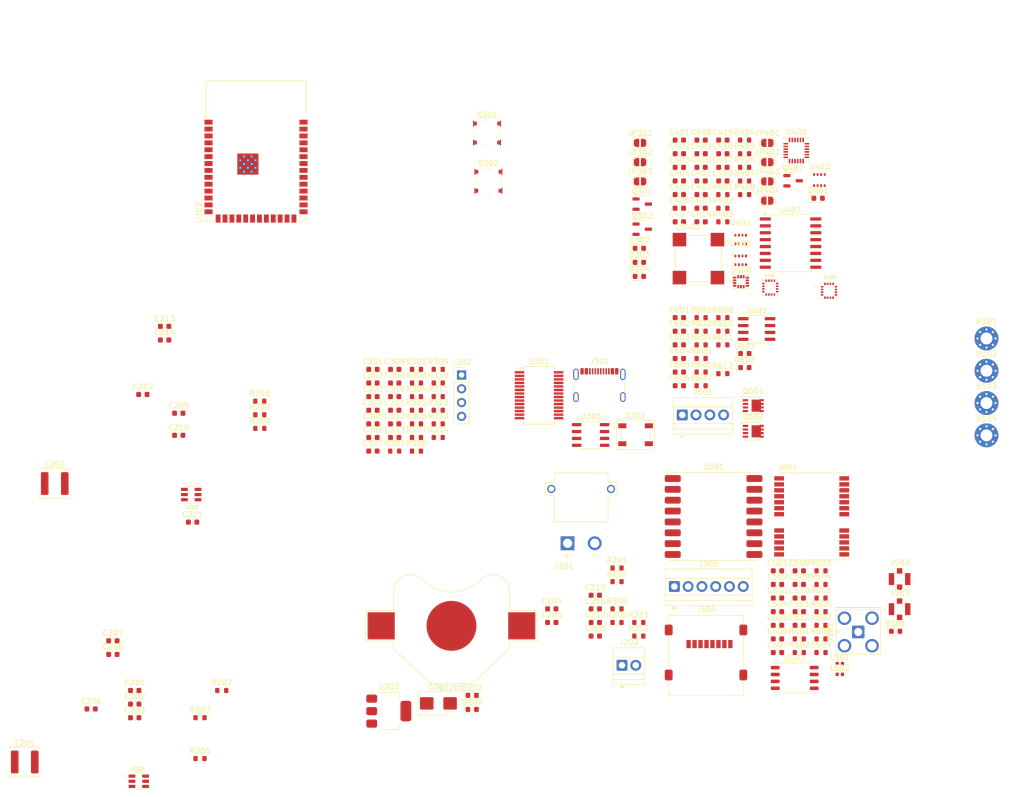
<source format=kicad_pcb>
(kicad_pcb (version 20241229) (generator "pcbnew") (generator_version "9.0")
  (layers (0 "F.Cu" signal) (2 "B.Cu" signal) (13 "F.Paste" user) (15 "B.Paste" user) (5 "F.SilkS" user "F.Silkscreen") (7 "B.SilkS" user "B.Silkscreen") (1 "F.Mask" user) (3 "B.Mask" user) (25 "Edge.Cuts" user))
  (net 0 "")
  (net 1 "BATT_RTC_GPS")
  (net 2 "GND")
  (net 3 "+BATT")
  (net 4 "/power/SW1")
  (net 5 "/power/VBST1")
  (net 6 "+5V")
  (net 7 "/power/SW2")
  (net 8 "/power/VBST2")
  (net 9 "+3V3")
  (net 10 "VCCIO")
  (net 11 "ENABLE")
  (net 12 "VUSB")
  (net 13 "BOOT")
  (net 14 "VBUS")
  (net 15 "/ESP32/shield")
  (net 16 "/sensors1/HMC_C1")
  (net 17 "SETP")
  (net 18 "SETC")
  (net 19 "/sensors1/REGOUT")
  (net 20 "/sensors1/CPOUT")
  (net 21 "/sensors1/MMC_CAP")
  (net 22 "LORA_ANT")
  (net 23 "/sensors2/lora_ant_out")
  (net 24 "TRIGGER1")
  (net 25 "/pyro/-opamp1")
  (net 26 "TRIGGER2")
  (net 27 "/pyro/-opamp2")
  (net 28 "/power/5VLED")
  (net 29 "/power/3V3LED")
  (net 31 "PROG_LED")
  (net 32 "/ESP32/TXLED")
  (net 33 "/ESP32/RXLED")
  (net 34 "/ESP32/built_led")
  (net 35 "/sensors1/BUZZER_NEGATIVE")
  (net 36 "/sensors2/gps_led")
  (net 37 "/pyro/opled1")
  (net 38 "/pyro/opled2")
  (net 39 "+PYRO_BAT")
  (net 40 "USBD+")
  (net 41 "USBD-")
  (net 42 "/ESP32/CC2")
  (net 44 "/ESP32/CC1")
  (net 46 "RF_IN")
  (net 47 "SPI_CLK")
  (net 48 "SPI_MISO")
  (net 49 "SPI_MOSI")
  (net 50 "SD_CS")
  (net 51 "/sensors2/dat2")
  (net 52 "/sensors2/dat1")
  (net 53 "SERVO1")
  (net 54 "SERVO2")
  (net 55 "DRAIN1")
  (net 56 "DRAIN2")
  (net 57 "P_USBD+")
  (net 58 "ESP_USBD+")
  (net 59 "P_USBD-")
  (net 60 "ESP_USBD-")
  (net 61 "BMP_SDO")
  (net 62 "BME_SDO")
  (net 63 "MPU_AD0")
  (net 64 "LSM_SAO")
  (net 65 "/sensors2/gps_inductor")
  (net 66 "RTS")
  (net 67 "/ESP32/DTR_BASE")
  (net 68 "DTR")
  (net 69 "/ESP32/RTS_BASE")
  (net 70 "/sensors1/BUZZER_BASE")
  (net 71 "MAIN_BAT")
  (net 72 "PYRO_BAT")
  (net 73 "/power/EN1")
  (net 74 "/power/VFB1")
  (net 75 "/power/EN2")
  (net 76 "/power/VFB2")
  (net 77 "SDA1")
  (net 78 "SCL1")
  (net 79 "/ESP32/TXL")
  (net 80 "/ESP32/RXL")
  (net 81 "SDA2")
  (net 82 "SCL2")
  (net 83 "BUILT_IN_LED")
  (net 84 "/sensors1/BMP_CSB")
  (net 85 "BME_CSB")
  (net 86 "BUZZER")
  (net 87 "LSM_CS")
  (net 88 "VCC_RF")
  (net 89 "/sensors2/gps_pulse")
  (net 90 "FLASH_CS")
  (net 91 "/pyro/+opamp1")
  (net 92 "/pyro/opout1")
  (net 93 "CONTINUITY1")
  (net 94 "/pyro/+opamp2")
  (net 95 "CONTINUITY2")
  (net 96 "/pyro/opout2")
  (net 97 "TXD0")
  (net 103 "RXD0")
  (net 109 "RXD1")
  (net 110 "LORA_CS")
  (net 111 "TXD1")
  (net 112 "LORA_RST")
  (net 115 "LORA_DIO0")
  (footprint "Capacitor_SMD:C_0603_1608Metric" (layer "F.Cu") (at 205.281 137.042)
    (property "Reference" "C217")
    (property "Value" "10uf")
  )
  (footprint "Jumper:SolderJumper-2_P1.3mm_Open_RoundedPad1.0x1.5mm" (layer "F.Cu") (at 213.531 52.222)
    (property "Reference" "JP302")
    (property "Value" "Jumper")
  )
  (footprint "Sensor_Motion:InvenSense_QFN-24_4x4mm_P0.5mm" (layer "F.Cu") (at 242.331 50.072)
    (property "Reference" "U405")
    (property "Value" "MPU-6050")
  )
  (footprint "Package_TO_SOT_SMD:SOT-223-3_TabPin2" (layer "F.Cu") (at 167.231 153.377)
    (property "Reference" "U203")
    (property "Value" "AMS1117-3.3")
  )
  (footprint "Resistor_SMD:R_0603_1608Metric" (layer "F.Cu") (at 228.791 80.862)
    (property "Reference" "R608")
    (property "Value" "1k")
  )
  (footprint "Resistor_SMD:R_0603_1608Metric" (layer "F.Cu") (at 143.462 101.28)
    (property "Reference" "R210")
    (property "Value" "10k")
  )
  (footprint "Capacitor_SMD:C_0603_1608Metric" (layer "F.Cu") (at 220.771 88.392)
    (property "Reference" "C604")
    (property "Value" "100nf")
  )
  (footprint "Resistor_SMD:R_0603_1608Metric" (layer "F.Cu") (at 213.301 137.042)
    (property "Reference" "R211")
    (property "Value" "1k")
  )
  (footprint "TerminalBlock:TerminalBlock_Xinya_XY308-2.54-6P_1x06_P2.54mm_Horizontal" (layer "F.Cu") (at 219.851 130.412)
    (property "Reference" "J505")
    (property "Value" "Screw_Terminal_01x06")
  )
  (footprint "Capacitor_SMD:C_0603_1608Metric" (layer "F.Cu") (at 228.791 53.172)
    (property "Reference" "C417")
    (property "Value" "100nf")
  )
  (footprint "Resistor_SMD:R_0603_1608Metric" (layer "F.Cu") (at 232.801 55.682)
    (property "Reference" "R407")
    (property "Value" "10k")
  )
  (footprint "Resistor_SMD:R_0603_1608Metric" (layer "F.Cu") (at 228.791 83.372)
    (property "Reference" "R610")
    (property "Value" "1k")
  )
  (footprint "LED_SMD:LED_0603_1608Metric" (layer "F.Cu") (at 182.591 153.062)
    (property "Reference" "D203")
    (property "Value" "white")
  )
  (footprint "Package_SO:SOIC-16W_7.5x10.3mm_P1.27mm" (layer "F.Cu") (at 241.261 67.132)
    (property "Reference" "U407")
    (property "Value" "DS3231M")
  )
  (footprint "Package_LGA:Bosch_LGA-8_2x2.5mm_P0.65mm_ClockwisePinNumbering" (layer "F.Cu") (at 232.076 70.312)
    (property "Reference" "U402")
    (property "Value" "BMP280")
  )
  (footprint "Capacitor_SMD:C_0603_1608Metric" (layer "F.Cu") (at 220.771 93.412)
    (property "Reference" "C606")
    (property "Value" "100nf")
  )
  (footprint "Resistor_SMD:R_0603_1608Metric" (layer "F.Cu") (at 232.801 58.192)
    (property "Reference" "R408")
    (property "Value" "10k")
  )
  (footprint "Resistor_SMD:R_0603_1608Metric" (layer "F.Cu") (at 242.871 142.582)
    (property "Reference" "R502")
    (property "Value" "1k")
  )
  (footprint "Capacitor_SMD:C_0603_1608Metric" (layer "F.Cu") (at 205.281 132.022)
    (property "Reference" "C215")
    (property "Value" "100nf")
  )
  (footprint "Package_SO:Vishay_PowerPAK_1212-8_Single" (layer "F.Cu") (at 234.391 101.812)
    (property "Reference" "Q602")
    (property "Value" "SISA12ADN")
  )
  (footprint "Capacitor_SMD:C_0603_1608Metric" (layer "F.Cu") (at 164.311 95.422)
    (property "Reference" "C303")
    (property "Value" "10uf")
  )
  (footprint "Capacitor_SMD:C_0603_1608Metric" (layer "F.Cu") (at 220.771 85.882)
    (property "Reference" "C603")
    (property "Value" "100nf")
  )
  (footprint "Capacitor_SMD:C_0603_1608Metric" (layer "F.Cu") (at 164.311 97.932)
    (property "Reference" "C304")
    (property "Value" "100nf")
  )
  (footprint "Capacitor_SMD:C_0603_1608Metric" (layer "F.Cu") (at 220.771 55.682)
    (property "Reference" "C404")
    (property "Value" "100nf")
  )
  (footprint "Resistor_SMD:R_0603_1608Metric" (layer "F.Cu") (at 224.781 90.902)
    (property "Reference" "R606")
    (property "Value" "1k")
  )
  (footprint "Capacitor_SMD:C_0603_1608Metric" (layer "F.Cu") (at 220.771 58.192)
    (property "Reference" "C405")
    (property "Value" "100nf")
  )
  (footprint "Resistor_SMD:R_0603_1608Metric" (layer "F.Cu") (at 172.331 95.422)
    (property "Reference" "R304")
    (property "Value" "10k")
  )
  (footprint "Resistor_SMD:R_0603_1608Metric" (layer "F.Cu") (at 176.341 102.952)
    (property "Reference" "R314")
    (property "Value" "100k")
  )
  (footprint "Capacitor_SMD:C_0603_1608Metric" (layer "F.Cu") (at 224.781 60.702)
    (property "Reference" "C413")
    (property "Value" "100nf")
  )
  (footprint "Resistor_SMD:R_0603_1608Metric" (layer "F.Cu") (at 224.781 83.372)
    (property "Reference" "R602")
    (property "Value" "1k")
  )
  (footprint "Resistor_SMD:R_0603_1608Metric" (layer "F.Cu") (at 246.881 130.032)
    (property "Reference" "R504")
    (property "Value" "10k")
  )
  (footprint "Capacitor_SMD:C_0603_1608Metric" (layer "F.Cu") (at 220.771 60.702)
    (property "Reference" "C406")
    (property "Value" "100nf")
  )
  (footprint "Package_LGA:LGA-14_3x2.5mm_P0.5mm_LayoutBorder3x4y" (layer "F.Cu") (at 232.126 74.247)
    (property "Reference" "U408")
    (property "Value" "LSM6DSL")
  )
  (footprint "Inductor_SMD:L_0402_1005Metric" (layer "F.Cu") (at 250.341 144.612)
    (property "Reference" "L501")
    (property "Value" "10nh")
  )
  (footprint "Connector_Card:microSD_HC_Molex_47219-2001" (layer "F.Cu") (at 225.681 143.122)
    (property "Reference" "J504")
    (property "Value" "Micro_SD_Card")
  )
  (footprint "Capacitor_SMD:C_0603_1608Metric" (layer "F.Cu") (at 238.861 127.522)
    (property "Reference" "C501")
    (property "Value" "10uf")
  )
  (footprint "Resistor_SMD:R_0603_1608Metric" (layer "F.Cu") (at 228.791 85.882)
    (property "Reference" "R611")
    (property "Value" "1k")
  )
  (footprint "MMC5983MA:PQFN50P300X300X100-16N" (layer "F.Cu") (at 237.534 75.332)
    (property "Reference" "U406")
    (property "Value" "MMC5983MA")
  )
  (footprint "Package_SO:SO-8_3.9x4.9mm_P1.27mm" (layer "F.Cu") (at 204.421 102.492)
    (property "Reference" "U303")
    (property "Value" "USB6B1RL")
  )
  (footprint "LED_SMD:LED_0603_1608Metric" (layer "F.Cu") (at 232.841 87.482)
    (property "Reference" "D601")
    (property "Value" "red")
  )
  (footprint "MountingHole:MountingHole_2.2mm_M2_Pad_Via" (layer "F.Cu") (at 277.368 96.608)
    (property "Reference" "H103")
    (property "Value" "MountingHole_Pad")
  )
  (footprint "Capacitor_SMD:C_0603_1608Metric" (layer "F.Cu") (at 228.791 48.152)
    (property "Reference" "C415")
    (property "Value" "100nf")
  )
  (footprint "Resistor_SMD:R_0603_1608Metric" (layer "F.Cu") (at 172.331 105.462)
    (property "Reference" "R308")
    (property "Value" "2k2")
  )
  (footprint "Capacitor_SMD:C_0603_1608Metric" (layer "F.Cu") (at 168.321 90.402)
    (property "Reference" "C308")
    (property "Value" "100nf")
  )
  (footprint "Capacitor_SMD:C_0603_1608Metric" (layer "F.Cu") (at 242.871 137.562)
    (property "Reference" "C512")
    (property "Value" "10uf")
  )
  (footprint "Resistor_SMD:R_0603_1608Metric" (layer "F.Cu") (at 209.291 129.512)
    (property "Reference" "R202")
    (property "Value" "18k")
  )
  (footprint "Resistor_SMD:R_0603_1608Metric" (layer "F.Cu") (at 143.462 98.77)
    (property "Reference" "R209")
    (property "Value" "33k2")
  )
  (footprint "Resistor_SMD:R_0603_1608Metric" (layer "F.Cu") (at 176.341 90.402)
    (property "Reference" "R309")
    (property "Value" "1k")
  )
  (footprint "Capacitor_SMD:C_0603_1608Metric" (layer "F.Cu") (at 197.261 137.042)
    (property "Reference" "C205")
    (property "Value" "100nf")
  )
  (footprint "digikey-footprints:Molex_734120114_UMC_RF_CONN_Vertical" (layer "F.Cu") (at 261.361 129.042)
    (property "Reference" "J502")
    (property "Value" "0734120114")
  )
  (footprint "Capacitor_SMD:C_0603_1608Metric" (layer "F.Cu") (at 242.871 127.522)
    (property "Reference" "C508")
    (property "Value" "10uf")
  )
  (footprint "LED_SMD:LED_0603_1608Metric" (layer "F.Cu") (at 182.591 150.472)
    (property "Reference" "D202")
    (property "Value" "white")
  )
  (footprint "Capacitor_SMD:C_0603_1608Metric" (layer "F.Cu") (at 205.281 139.552)
    (property "Reference" "C218")
    (property "Value" "100nf")
  )
  (footprint "Resistor_SMD:R_0603_1608Metric" (layer "F.Cu") (at 242.871 140.072)
    (property "Reference" "R501")
    (property "Value" "10")
  )
  (footprint "Jumper:SolderJumper-2_P1.3mm_Open_RoundedPad1.0x1.5mm" (layer "F.Cu") (at 236.981 55.772)
    (property "Reference" "JP403")
    (property "Value" "Jumper")
  )
  (footprint "Capacitor_SMD:C_0603_1608Metric" (layer "F.Cu") (at 164.311 90.402)
    (property "Reference" "C301")
    (property "Value" "10uf")
  )
  (footprint "Capacitor_SMD:C_0603_1608Metric" (layer "F.Cu") (at 121.911 95.028)
    (property "Reference" "C212")
    (property "Value" "22uf")
  )
  (footprint "Capacitor_SMD:C_0603_1608Metric" (layer "F.Cu") (at 238.861 142.582)
    (property "Reference" "C507")
    (property "Value" "10uf")
  )
  (footprint "TerminalBlock:TerminalBlock_Xinya_XY308-2.54-2P_1x02_P2.54mm_Horizontal" (layer "F.Cu") (at 210.201 144.932)
    (property "Reference" "J202")
    (property "Value" "Screw_01x02")
  )
  (footprint "Resistor_SMD:R_0603_1608Metric" (layer "F.Cu") (at 246.881 132.542)
    (property "Reference" "R505")
    (property "Value" "10k")
  )
  (footprint "HMC5883L-TR:XDCR_HMC5883L-TR" (layer "F.Cu") (at 248.354 75.924)
    (property "Reference" "U404")
    (property "Value" "HMC5883L-TR")
  )
  (footprint "Capacitor_SMD:C_0603_1608Metric" (layer "F.Cu") (at 164.311 102.952)
    (property "Reference" "C306")
    (property "Value" "10uf")
  )
  (footprint "Resistor_SMD:R_0603_1608Metric" (layer "F.Cu") (at 228.791 91.186)
    (property "Reference" "R612")
    (property "Value" "1k")
  )
  (footprint "Capacitor_SMD:C_0603_1608Metric" (layer "F.Cu") (at 120.411 154.59)
    (property "Reference" "C203")
    (property "Value" "100nf")
  )
  (footprint "NEO-6M-GPS:XCVR_NEO-6M-GPS" (layer "F.Cu") (at 245.156 117.492)
    (property "Reference" "U502")
    (property "Value" "NEO-6M-GPS")
  )
  (footprint "LED_SMD:LED_0603_1608Metric" (layer "F.Cu") (at 246.351 58.872)
    (property "Reference" "D401")
    (property "Value" "SS24-SMB")
  )
  (footprint "Package_TO_SOT_SMD:SOT-23-3" (layer "F.Cu") (at 213.931 59.947)
    (property "Reference" "Q301")
    (property "Value" "SS8050")
  )
  (footprint "Capacitor_SMD:C_0603_1608Metric" (layer "F.Cu") (at 168.321 92.912)
    (property "Reference" "C309")
    (property "Value" "10uf")
  )
  (footprint "Resistor_SMD:R_0603_1608Metric" (layer "F.Cu") (at 232.801 53.172)
    (property "Reference" "R406")
    (property "Value" "10k")
  )
  (footprint "Capacitor_SMD:C_0603_1608Metric" (layer "F.Cu") (at 238.861 137.562)
    (property "Reference" "C505")
    (property "Value" "10uf")
  )
  (footprint "RF_Module:HOPERF_RFM9XW_SMD" (layer "F.Cu") (at 227.081 117.513)
    (property "Reference" "U501")
    (property "Value" "RFM98W-433S2")
  )
  (footprint "Capacitor_SMD:C_0603_1608Metric" (layer "F.Cu") (at 116.386 142.936)
    (property "Reference" "C208")
    (property "Value" "100nf")
  )
  (footprint "Capacitor_SMD:C_0603_1608Metric" (layer "F.Cu") (at 242.871 130.032)
    (property "Reference" "C509")
    (property "Value" "10uf")
  )
  (footprint "Resistor_SMD:R_0603_1608Metric" (layer "F.Cu") (at 172.331 100.442)
    (property "Reference" "R306")
    (property "Value" "1k")
  )
  (footprint "Resistor_SMD:R_0603_1608Metric" (layer "F.Cu") (at 228.791 58.192)
    (property "Reference" "R401")
    (property "Value" "10k")
  )
  (footprint "Inductor_SMD:L_0402_1005Metric" (layer "F.Cu") (at 250.341 146.602)
    (property "Reference" "L502")
    (property "Value" "27nh")
  )
  (footprint "Resistor_SMD:R_0603_1608Metric" (layer "F.Cu") (at 132.441 162.12)
    (property "Reference" "R206")
    (property "Value" "54k9")
  )
  (footprint "MountingHole:MountingHole_2.2mm_M2_Pad_Via" (layer "F.Cu") (at 277.368 102.558)
    (property "Reference" "H104")
    (property "Value" "MountingHole_Pad")
  )
  (footprint "Capacitor_SMD:C_0603_1608Metric" (layer "F.Cu") (at 128.526 102.55)
    (property "Reference" "C210")
    (property "Value" "10uf")
  )
  (footprint "Resistor_SMD:R_0603_1608Metric" (layer "F.Cu") (at 246.881 127.522)
    (property "Reference" "R503")
    (property "Value" "10k")
  )
  (footprint "Resistor_SMD:R_0603_1608Metric" (layer "F.Cu") (at 172.331 102.952)
    (property "Reference" "R307")
    (property "Value" "2k2")
  )
  (footprint "Battery:BatteryHolder_Multicomp_BC-2001_1x2032_modified" (layer "F.Cu") (at 178.781 137.660454)
    (property "Reference" "BT201")
    (property "Value" "BATT_3V")
  )
  (footprint "Resistor_SMD:R_0603_1608Metric" (layer "F.Cu") (at 136.451 149.57)
    (property "Reference" "R207")
    (property "Value" "10k")
  )
  (footprint "Inductor_SMD:L_Sunlord_SWPA5040S" (layer "F.Cu") (at 105.673 111.44)
    (property "Reference" "L202")
    (property "Value" "SWPA5040S3R3NT 3u3h")
  )
  (footprint "Resistor_SMD:R_0603_1608Metric" (layer "F.Cu") (at 168.321 105.462)
    (property "Reference" "R301")
    (property "Value" "10k")
  )
  (footprint "Capacitor_SMD:C_0603_1608Metric" (layer "F.Cu") (at 120.411 152.08)
    (property "Reference" "C202")
    (property "Value" "10uf")
  )
  (footprint "Capacitor_SMD:C_0603_1608Metric" (layer "F.Cu") (at 164.311 100.442)
    (property "Reference" "C305")
    (property "Value" "100nf")
  )
  (footprint "Package_TO_SOT_SMD:SOT-23-3" (layer "F.Cu") (at 241.731 55.647)
    (property "Reference" "Q401")
    (property "Value" "SS8050")
  )
  (footprint "Capacitor_SMD:C_0603_1608Metric" (layer "F.Cu") (at 228.791 50.662)
    (property "Reference" "C416")
    (property "Value" "10uf")
  )
  (footprint "Capacitor_SMD:C_0603_1608Metric" (layer "F.Cu") (at 224.781 55.682)
    (property "Reference" "C411")
    (property "Value" "100nf")
  )
  (footprint "digikey-footprints:Molex_734120114_UMC_RF_CONN_Vertical" (layer "F.Cu") (at 261.361 134.592)
    (property "Reference" "J503")
    (property "Value" "0734120114")
  )
  (footprint "Package_SO:SOIC-8_3.9x4.9mm_P1.27mm" (layer "F.Cu") (at 235.021 82.962)
    (property "Reference" "U601")
    (property "Value" "LM358")
  )
  (footprint "Package_SO:SSOP-28_5.3x10.2mm_P0.65mm" (layer "F.Cu") (at 194.921 95.172)
    (property "Reference" "U301")
    (property "Value" "FT232RL")
  )
  (footprint "Connector_USB:USB_C_Receptacle_GCT_USB4105-xx-A_16P_TopMnt_Horizontal" (layer "F.Cu") (at 206.041 94.432)
    (property "Reference" "J301")
    (property "Value" "USB_C_Receptacle_USB2.0_16P")
  )
  (footprint "Jumper:SolderJumper-2_P1.3mm_Open_RoundedPad1.0x1.5mm" (layer "F.Cu") (at 236.981 48.672)
    (property "Reference" "JP401")
    (property "Value" "Jumper")
  )
  (footprint "Inductor_SMD:L_Sunlord_SWPA5040S" (layer "F.Cu") (at 100.148 162.748)
    (property "Reference" "L201")
    (property "Value" "SWPA5040S3R3NT 3u3h")
  )
  (footprint "Capacitor_SMD:C_0603_1608Metric" (layer "F.Cu") (at 224.781 63.212)
    (property "Reference" "C414")
    (property "Value" "100nf")
  )
  (footprint "Resistor_SMD:R_0603_1608Metric" (layer "F.Cu") (at 172.331 90.402)
    (property "Reference" "R302")
    (property "Value" "4k7")
  )
  (footprint "Capacitor_SMD:C_0603_1608Metric" (layer "F.Cu") (at 168.321 95.422)
    (property "Reference" "C310")
    (property "Value" "100nf")
  )
  (footprint "Resistor_SMD:R_0603_1608Metric" (layer "F.Cu") (at 224.781 85.882)
    (property "Reference" "R604")
    (property "Value" "1k")
  )
  (footprint "Capacitor_SMD:C_0603_1608Metric" (layer "F.Cu") (at 224.781 48.152)
    (property "Reference" "C408")
    (property "Value" "220nf")
  )
  (footprint "Capacitor_SMD:C_0603_1608Metric" (layer "F.Cu") (at 116.386 140.426)
    (property "Reference" "C207")
    (property "Value" "22uf")
  )
  (footprint "Resistor_SMD:R_0603_1608Metric" (layer "F.Cu") (at 224.781 80.862)
    (property "Reference" "R601")
    (property "Value" "1k")
  )
  (footprint "Capacitor_SMD:C_0603_1608Metric" (layer "F.Cu") (at 125.921 82.478)
    (property "Reference" "C213")
    (property "Value" "22uf")
  )
  (footprint "CMT-8530S-SMT:CUI_CMT-8530S-SMT" (layer "F.Cu") (at 224.291 69.992)
    (property "Reference" "LS401")
    (property "Value" "CMT-8530S-SMT")
  )
  (footprint "Capacitor_SMD:C_0603_1608Metric" (layer "F.Cu") (at 220.771 90.902)
    (property "Reference" "C605")
    (property "Value" "100nf")
  )
  (footprint "digikey-footprints:Switch_Tactile_SMD_4.5x4.5mm_TL3315NF160Q" (layer "F.Cu") (at 185.33 46.853)
    (property "Reference" "S301")
    (property "Value" "TK-066S")
  )
  (footprint "RF_Module:ESP32-S3-WROOM-1" (layer "F.Cu") (at 142.764 50.111)
    (property "Reference" "U302")
    (property "Value" "ESP32-S3-WROOM-1")
  )
  (footprint "Capacitor_SMD:C_0603_1608Metric" (layer "F.Cu") (at 224.781 53.172)
    (property "Reference" "C410")
    (property "Value" "100nf")
  )
  (footprint "LED_SMD:LED_0603_1608Metric" (layer "F.Cu") (at 213.401 73.272)
    (property "Reference" "D304")
    (property "Value" "blue")
  )
  (footprint "Capacitor_SMD:C_0603_1608Metric" (layer "F.Cu") (at 220.771 83.372)
    (property "Reference" "C602")
    (property "Value" "100nf")
  )
  (footprint "digikey-footprints:Switch_Tactile_SMD_4.5x4.5mm_TL3315NF160Q" (layer "F.Cu") (at 185.584 55.743)
    (property "Reference" "S302")
    (property "Value" "TK-066S")
  )
  (footprint "Connector_PinHeader_2.54mm:PinHeader_1x04_P2.54mm_Vertical" (layer "F.Cu") (at 180.641 91.442)
    (property "Reference" "J302")
    (property "Value" "Conn_01x04_Pin")
  )
  (footprint "Connector_Coaxial:SMA_Amphenol_901-143_Horizontal" (layer "F.Cu") (at 253.736 138.792)
    (property "Reference" "J501")
    (property "Value" "Conn_Coaxial")
    (fp_line (start 4.3 -4.5) (end -4.3 -4.5) (stroke (width 0.1)) (layer "Edge.Cuts"))
  )
  (footprint "Resistor_SMD:R_0603_1608Metric" (layer "F.Cu") (at 246.881 135.052)
    (property "Reference" "R506")
    (property "Value" "10k")
  )
  (footprint "Package_SO:Vishay_PowerPAK_1212-8_Single" (layer "F.Cu") (at 234.391 97.087)
    (property "Reference" "Q601")
    (property "Value" "SISA12ADN")
  )
  (footprint "Package_TO_SOT_SMD:SOT-23-3" (layer "F.Cu") (at 213.931 64.572)
    (property "Reference" "Q302")
    (property "Value" "SS8050")
  )
  (footprint "LED_SMD:LED_0603_1608Metric" (layer "F.Cu") (at 213.401 68.092)
    (property "Reference" "D302")
    (property "Value" "blue")
  )
  (footprint "Resistor_SMD:R_0603_1608Metric" (layer "F.Cu") (at 176.341 97.932)
    (property "Reference" "R312")
    (property "Value" "5k1")
  )
  (footprint "Jumper:SolderJumper-2_P1.3mm_Open_RoundedPad1.0x1.5mm" (layer "F.Cu") (at 236.981 59.322)
    (property "Reference" "JP404")
    (property "Value" "Jumper")
  )
  (footprint "Capacitor_SMD:C_0603_1608Metric" (layer "F.Cu") (at 131.079 118.552)
    (property "Reference" "C211")
    (property "Value" "100nf")
  )
  (footprint "TPS563201DDCR:SOT95P280X110-6N" (layer "F.Cu") (at 121.158 166.304)
    (property "Reference" "U201")
    (property "Value" "TPS563201DDCR")
  )
  (footprint "Resistor_SMD:R_0603_1608Metric" (layer "F.Cu") (at 224.781 93.412)
    (property "Reference" "R607")
    (property "Value" "1k")
  )
  (footprint "Capacitor_SMD:C_0603_1608Metric" (layer "F.Cu") (at 242.871 132.542)
    (property "Reference" "C510")
    (property "Value" "10uf")
  )
  (footprint "XT30PW-M:AMASS_XT30PW-M" (layer "F.Cu") (at 202.681 112.442)
    (property "Reference" "J201")
    (property "Value" "XT30PW-M")
  )
  (footprint "LED_SMD:LED_0603_1608Metric" (layer "F.Cu") (at 213.401 70.682)
    (property "Reference" "D303")
    (property "Value" "blue")
  )
  (footprint "Capacitor_SMD:C_0603_1608Metric" (layer "F.Cu") (at 220.771 80.862)
    (property "Reference" "C601")
    (property "Value" "100nf")
  )
  (footprint "Capacitor_SMD:C_0603_1608Metric" (layer "F.Cu") (at 164.311 92.912)
    (property "Reference" "C302")
    (property "Value" "10uf")
  )
  (footprint "Package_SO:SOIC-8_5.3x5.3mm_P1.27mm" (layer "F.Cu") (at 242.031 147.262)
    (property "Reference" "U503")
    (property "Value" "W25Q128JVS")
  )
  (footprint "Package_LGA:Bosch_LGA-8_2x2.5mm_P0.65mm_ClockwisePinNumbering" (layer "F.Cu") (at 232.076 66.477)
    (property "Reference" "U401")
    (property "Value" "BMP280")
  )
  (footprint "Diode_SMD:D_SMB" (layer "F.Cu") (at 176.376 151.952)
    (property "Reference" "D201")
    (property "Value" "SS24-SMB")
  )
  (footprint "MountingHole:MountingHole_2.2mm_M2_Pad_Via" (layer "F.Cu") (at 277.368 84.708)
    (property "Reference" "H101")
    (property "Value" "MountingHole_Pad")
  )
  (footprint "Jumper:SolderJumper-2_P1.3mm_Open_RoundedPad1.0x1.5mm" (layer "F.Cu") (at 213.531 48.672)
    (property "Reference" "JP301")
    (property "Value" "Jumper")
  )
  (footprint "Capacitor_SMD:C_0603_1608Metric" (layer "F.Cu") (at 164.311 105.462)
    (property "Reference" "C307")
    (property "Value" "100nf")
  )
  (footprint "LED_SMD:LED_WS2812B_PLCC4_5.0x5.0mm_P3.2mm" (layer "F.Cu") (at 212.706 102.447)
    (property "Reference" "D301")
    (property "Value" "WS2812B")
  )
  (footprint "Resistor_SMD:R_0603_1608Metric" (layer "F.Cu") (at 132.441 154.59)
    (property "Reference" "R203")
    (property "Value" "4k7")
  )
  (footprint "Capacitor_SMD:C_0603_1608Metric" (layer "F.Cu") (at 224.781 58.192)
    (property "Reference" "C412")
    (property "Value" "2n2f")
  )
  (footprint "Resistor_SMD:R_0603_1608Metric" (layer "F.Cu") (at 213.301 139.552)
    (property "Reference" "R212")
    (property "Value" "1k")
  )
  (footprint "Resistor_SMD:R_0603_1608Metric" (layer "F.Cu") (at 209.291 127.002)
    (property "Reference" "R201")
    (property "Value" "18k")
  )
  (footprint "Capacitor_SMD:C_0603_1608Metric" (layer "F.Cu") (at 238.861 130.032)
    (property "Reference" "C502")
    (property "Value" "10uf")
  )
  (footprint "Resistor_SMD:R_0603_1608Metric" (layer "F.Cu") (at 176.341 95.422)
    (property "Reference" "R311")
    (property "Value" "10k")
  )
  (footprint "Resistor_SMD:R_0603_1608Metric" (layer "F.Cu") (at 232.801 48.152)
    (property "Reference" "R404")
    (property "Value" "10k")
  )
  (footprint "Capacitor_SMD:C_0603_1608Metric" (layer "F.Cu") (at 168.321 102.952)
    (property "Reference" "C313")
    (property "Value" "100nf")
  )
  (footprint "Capacitor_SMD:C_0603_1608Metric" (layer "F.Cu") (at 168.321 100.442)
    (property "Reference" "C312")
    (property "Value" "100nf")
  )
  (footprint "Resistor_SMD:R_0603_1608Metric" (layer "F.Cu") (at 209.291 134.532)
    (property "Reference" "R204")
    (property "Value" "10k")
  )
  (footprint "TPS563201DDCR:SOT95P280X110-6N" (layer "F.Cu") (at 130.825 113.472 180)
    (property "Reference" "U202")
    (property "Value" "TPS563201DDCR")
  )
  (footprint "MountingHole:MountingHole_2.2mm_M2_Pad_Via" (layer "F.Cu") (at 277.368 90.658)
    (property "Reference" "H102")
    (property "Value" "MountingHole_Pad")
  )
  (footprint "Resistor_SMD:R_0603_1608Metric" (layer "F.Cu") (at 228.791 63.212)
    (property "Reference" "R403")
    (property "Value" "10k")
  )
  (footprint "Resistor_SMD:R_0603_1608Metric" (layer "F.Cu") (at 232.801 50.662)
    (property "Reference" "R405")
    (property "Value" "1k")
  )
  (footprint "Capacitor_SMD:C_0603_1608Metric" (layer "F.Cu") (at 168.321 97.932)
    (property "Reference" "C311")
    (property "Value" "10uf")
  )
  (footprint "Capacitor_SMD:C_0603_1608Metric" (layer "F.Cu") (at 238.861 135.052)
    (property "Reference" "C504")
    (property "Value" "3pf")
  )
  (footprint "Resistor_SMD:R_0603_1608Metric" (layer "F.Cu") (at 246.881 140.072)
    (property "Reference" "R508")
    (property "Value" "10k")
  )
  (footprint "LED_SMD:LED_0603_1608Metric" (layer "F.Cu") (at 232.841 90.072)
    (property "Reference" "D602")
    (property "Value" "red")
  )
  (footprint "Capacitor_SMD:C_0603_1608Metric" (layer "F.Cu") (at 120.411 149.57)
    (property "Reference" "C201")
    (property "Value" "10uf")
  )
  (footprint "Package_LGA:Bosch_LGA-8_2.5x2.5mm_P0.65mm_ClockwisePinNumbering" (layer "F.Cu") (at 246.576 55.517)
    (property "Reference" "U403")
    (property "Value" "BME280")
  )
  (footprint "Capacitor_SMD:C_0603_1608Metric" (layer "F.Cu") (at 224.781 50.662)
    (property "Reference" "C409")
    (property "Value" "100nf")
  )
  (footprint "Capacitor_SMD:C_0603_1608Metric" (layer "F.Cu") (at 238.861 132.542)
    (property "Reference" "C503")
    (property "Value" "3pf")
  )
  (footprint "Capacitor_SMD:C_0603_1608Metric" (layer "F.Cu") (at 228.791 55.682)
    (property "Reference" "C418")
    (property "Value" "100nf")
  )
  (footprint "Resistor_SMD:R_0603_1608Metric" (layer "F.Cu") (at 209.291 137.042)
    (property "Reference" "R205")
    (property "Value" "10k")
  )
  (footprint "Capacitor_SMD:C_0603_1608Metric" (layer "F.Cu") (at 220.771 53.172)
    (property "Reference" "C403")
    (property "Value" "100nf")
  )
  (footprint "Capacitor_SMD:C_0603_1608Metric" (layer "F.Cu") (at 205.281 134.532)
    (property "Reference" "C216")
    (property "Value" "10uf")
  )
  (footprint "Jumper:SolderJumper-2_P1.3mm_Open_RoundedPad1.0x1.5mm" (layer "F.Cu") (at 213.531 55.772)
    (property "Reference" "JP303")
    (property "Value" "Jumper")
  )
  (footprint "Resistor_SMD:R_0603_1608Metric" (layer "F.Cu") (at 172.331 97.932)
    (property "Reference" "R305")
    (property "Value" "1k")
  )
  (footprint "Capacitor_SMD:C_0603_1608Metric" (layer "F.Cu") (at 220.771 50.662)
    (property "Reference" "C402")
    (property "Value" "100nf")
  )
  (footprint "Capacitor_SMD:C_0603_1608Metric" (layer "F.Cu") (at 238.861 140.072)
    (property "Reference" "C506")
    (property "Value" "10uf")
  )
  (footprint "Jumper:SolderJumper-2_P1.3mm_Open_RoundedPad1.0x1.5mm" (layer "F.Cu") (at 236.981 52.222)
    (property "Reference" "JP402")
    (property "Value" "Jumper")
  )
  (footprint "Resistor_SMD:R_0603_1608Metric" (layer "F.Cu") (at 143.462 96.26)
    (property "Reference" "R208")
    (property "Value" "4k7")
  )
  (footprint "Capacitor_SMD:C_0603_1608Metric" (layer "F.Cu") (at 112.376 152.976)
    (property "Reference" "C206")
    (property "Value" "22uf")
  )
  (footprint "Resistor_SMD:R_0603_1608Metric" (layer "F.Cu") (at 172.331 92.912)
    (property "Reference" "R303")
    (property "Value" "4k7")
  )
  (footprint "Capacitor_SMD:C_0603_1608Metric" (layer "F.Cu") (at 242.871 135.052)
    (property "Reference" "C511")
    (property "Value" "10uf")
  )
  (footprint "Capacitor_SMD:C_0603_1608Metric" (layer "F.Cu") (at 125.921 84.988)
    (property "Reference" "C214")
    (property "Value" "100nf")
  )
  (footprint "Capacitor_SMD:C_0603_1608Metric" (layer "F.Cu") (at 220.771 48.152)
    (property "Reference" "C401")
    (property "Value" "100nf")
  )
  (footprint "Capacitor_SMD:C_0603_1608Metric" (layer "F.Cu") (at 128.526 98.486)
    (property "Reference" "C209")
    (property "Value" "10uf")
  )
  (footprint "Capacitor_SMD:C_0603_1608Metric" (layer "F.Cu") (at 220.771 63.212)
    (property "Reference" "C407")
    (property "Value" "4u7f")
  )
  (footprint "Resistor_SMD:R_0603_1608Metric" (layer "F.Cu") (at 224.781 88.392)
    (property "Reference" "R605")
    (property "Value" "1k")
  )
  (footprint "Resistor_SMD:R_0603_1608Metric" (layer "F.Cu") (at 176.341 100.442)
    (property "Reference" "R313")
    (property "Value" "5k1")
  )
  (footprint "Resistor_SMD:R_0603_1608Metric" (layer "F.Cu") (at 246.881 137.562)
    (property "Reference" "R507")
    (property "Value" "10k")
  )
  (footprint "TerminalBlock:TerminalBlock_Xinya_XY308-2.54-4P_1x04_P2.54mm_Horizontal" (layer "F.Cu") (at 221.311 98.792)
    (property "Reference" "J601")
    (property "Value" "Screw_Terminal_01x04")
  )
  (footprint "Capacitor_SMD:C_0603_1608Metric" (layer "F.Cu") (at 197.261 134.532)
    (property "Reference" "C204")
    (property "Value" "10uf")
  )
  (footprint "Resistor_SMD:R_0603_1608Metric" (layer "F.Cu") (at 176.341 92.912)
    (property "Reference" "R310")
    (property "Value" "10k")
  )
  (footprint "LED_SMD:LED_0603_1608Metric" (layer "F.Cu") (at 260.631 138.662)
    (property "Reference" "D501")
    (property "Value" "green")
  )
  (footprint "Resistor_SMD:R_0603_1608Metric" (layer "F.Cu") (at 246.881 142.582)
    (property "Reference" "R509")
    (property "Value" "10k")
  )
  (footprint "Resistor_SMD:R_0603_1608Metric" (layer "F.Cu") (at 228.791 60.702)
    (property "Reference" "R402")
    (property "Value" "10k")
  )
)
</source>
